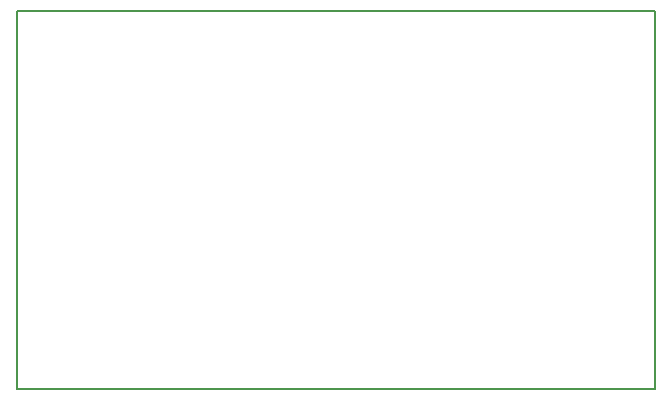
<source format=gbr>
G04 #@! TF.FileFunction,Profile,NP*
%FSLAX46Y46*%
G04 Gerber Fmt 4.6, Leading zero omitted, Abs format (unit mm)*
G04 Created by KiCad (PCBNEW 4.0.6-e0-6349~53~ubuntu16.04.1) date Thu Jun 15 14:39:01 2017*
%MOMM*%
%LPD*%
G01*
G04 APERTURE LIST*
%ADD10C,0.100000*%
%ADD11C,0.150000*%
G04 APERTURE END LIST*
D10*
D11*
X99280000Y-63260000D02*
X153280000Y-63260000D01*
X99280000Y-95260000D02*
X99280000Y-63260000D01*
X153280000Y-95260000D02*
X99280000Y-95260000D01*
X153280000Y-63260000D02*
X153280000Y-95260000D01*
M02*

</source>
